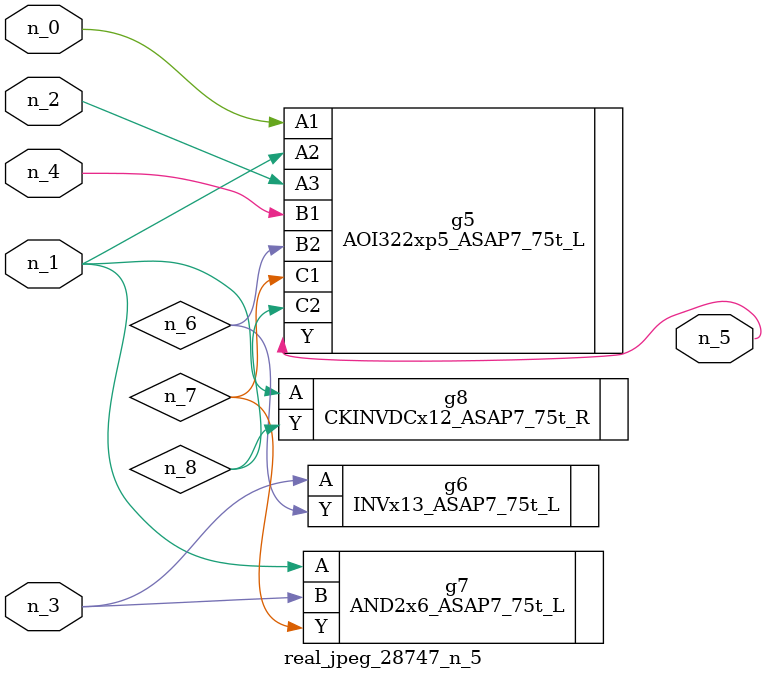
<source format=v>
module real_jpeg_28747_n_5 (n_4, n_0, n_1, n_2, n_3, n_5);

input n_4;
input n_0;
input n_1;
input n_2;
input n_3;

output n_5;

wire n_8;
wire n_6;
wire n_7;

AOI322xp5_ASAP7_75t_L g5 ( 
.A1(n_0),
.A2(n_1),
.A3(n_2),
.B1(n_4),
.B2(n_6),
.C1(n_7),
.C2(n_8),
.Y(n_5)
);

AND2x6_ASAP7_75t_L g7 ( 
.A(n_1),
.B(n_3),
.Y(n_7)
);

CKINVDCx12_ASAP7_75t_R g8 ( 
.A(n_1),
.Y(n_8)
);

INVx13_ASAP7_75t_L g6 ( 
.A(n_3),
.Y(n_6)
);


endmodule
</source>
